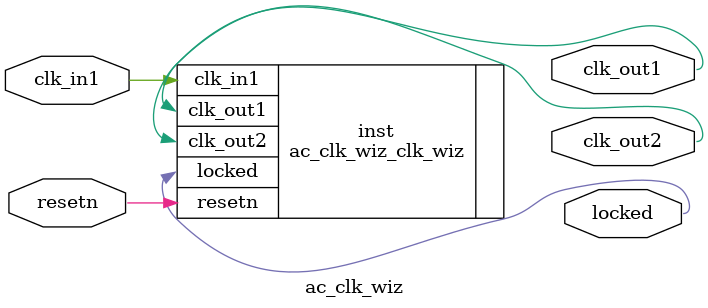
<source format=v>


`timescale 1ps/1ps

(* CORE_GENERATION_INFO = "ac_clk_wiz,clk_wiz_v6_0_3_0_0,{component_name=ac_clk_wiz,use_phase_alignment=true,use_min_o_jitter=false,use_max_i_jitter=false,use_dyn_phase_shift=false,use_inclk_switchover=false,use_dyn_reconfig=false,enable_axi=0,feedback_source=FDBK_AUTO,PRIMITIVE=MMCM,num_out_clk=2,clkin1_period=10.000,clkin2_period=10.000,use_power_down=false,use_reset=true,use_locked=true,use_inclk_stopped=false,feedback_type=SINGLE,CLOCK_MGR_TYPE=NA,manual_override=false}" *)

module ac_clk_wiz 
 (
  // Clock out ports
  output        clk_out1,
  output        clk_out2,
  // Status and control signals
  input         resetn,
  output        locked,
 // Clock in ports
  input         clk_in1
 );

  ac_clk_wiz_clk_wiz inst
  (
  // Clock out ports  
  .clk_out1(clk_out1),
  .clk_out2(clk_out2),
  // Status and control signals               
  .resetn(resetn), 
  .locked(locked),
 // Clock in ports
  .clk_in1(clk_in1)
  );

endmodule

</source>
